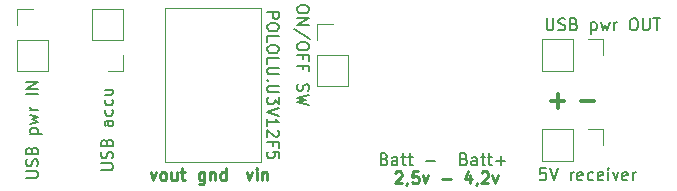
<source format=gbr>
G04 #@! TF.GenerationSoftware,KiCad,Pcbnew,(5.1.5-0-10_14)*
G04 #@! TF.CreationDate,2020-06-18T21:35:01+02:00*
G04 #@! TF.ProjectId,rover2,726f7665-7232-42e6-9b69-6361645f7063,rev?*
G04 #@! TF.SameCoordinates,Original*
G04 #@! TF.FileFunction,Legend,Top*
G04 #@! TF.FilePolarity,Positive*
%FSLAX46Y46*%
G04 Gerber Fmt 4.6, Leading zero omitted, Abs format (unit mm)*
G04 Created by KiCad (PCBNEW (5.1.5-0-10_14)) date 2020-06-18 21:35:01*
%MOMM*%
%LPD*%
G04 APERTURE LIST*
%ADD10C,0.250000*%
%ADD11C,0.300000*%
%ADD12C,0.120000*%
%ADD13C,0.150000*%
G04 APERTURE END LIST*
D10*
X44666666Y-15047619D02*
X44714285Y-15000000D01*
X44809523Y-14952380D01*
X45047619Y-14952380D01*
X45142857Y-15000000D01*
X45190476Y-15047619D01*
X45238095Y-15142857D01*
X45238095Y-15238095D01*
X45190476Y-15380952D01*
X44619047Y-15952380D01*
X45238095Y-15952380D01*
X45714285Y-15904761D02*
X45714285Y-15952380D01*
X45666666Y-16047619D01*
X45619047Y-16095238D01*
X46619047Y-14952380D02*
X46142857Y-14952380D01*
X46095238Y-15428571D01*
X46142857Y-15380952D01*
X46238095Y-15333333D01*
X46476190Y-15333333D01*
X46571428Y-15380952D01*
X46619047Y-15428571D01*
X46666666Y-15523809D01*
X46666666Y-15761904D01*
X46619047Y-15857142D01*
X46571428Y-15904761D01*
X46476190Y-15952380D01*
X46238095Y-15952380D01*
X46142857Y-15904761D01*
X46095238Y-15857142D01*
X47000000Y-15285714D02*
X47238095Y-15952380D01*
X47476190Y-15285714D01*
X48619047Y-15571428D02*
X49380952Y-15571428D01*
X51047619Y-15285714D02*
X51047619Y-15952380D01*
X50809523Y-14904761D02*
X50571428Y-15619047D01*
X51190476Y-15619047D01*
X51619047Y-15904761D02*
X51619047Y-15952380D01*
X51571428Y-16047619D01*
X51523809Y-16095238D01*
X52000000Y-15047619D02*
X52047619Y-15000000D01*
X52142857Y-14952380D01*
X52380952Y-14952380D01*
X52476190Y-15000000D01*
X52523809Y-15047619D01*
X52571428Y-15142857D01*
X52571428Y-15238095D01*
X52523809Y-15380952D01*
X51952380Y-15952380D01*
X52571428Y-15952380D01*
X52904761Y-15285714D02*
X53142857Y-15952380D01*
X53380952Y-15285714D01*
D11*
X57848571Y-8997142D02*
X58991428Y-8997142D01*
X58420000Y-9568571D02*
X58420000Y-8425714D01*
X60388571Y-8997142D02*
X61531428Y-8997142D01*
D10*
X28519523Y-15025714D02*
X28519523Y-15835238D01*
X28471904Y-15930476D01*
X28424285Y-15978095D01*
X28329047Y-16025714D01*
X28186190Y-16025714D01*
X28090952Y-15978095D01*
X28519523Y-15644761D02*
X28424285Y-15692380D01*
X28233809Y-15692380D01*
X28138571Y-15644761D01*
X28090952Y-15597142D01*
X28043333Y-15501904D01*
X28043333Y-15216190D01*
X28090952Y-15120952D01*
X28138571Y-15073333D01*
X28233809Y-15025714D01*
X28424285Y-15025714D01*
X28519523Y-15073333D01*
X28995714Y-15025714D02*
X28995714Y-15692380D01*
X28995714Y-15120952D02*
X29043333Y-15073333D01*
X29138571Y-15025714D01*
X29281428Y-15025714D01*
X29376666Y-15073333D01*
X29424285Y-15168571D01*
X29424285Y-15692380D01*
X30329047Y-15692380D02*
X30329047Y-14692380D01*
X30329047Y-15644761D02*
X30233809Y-15692380D01*
X30043333Y-15692380D01*
X29948095Y-15644761D01*
X29900476Y-15597142D01*
X29852857Y-15501904D01*
X29852857Y-15216190D01*
X29900476Y-15120952D01*
X29948095Y-15073333D01*
X30043333Y-15025714D01*
X30233809Y-15025714D01*
X30329047Y-15073333D01*
X23971428Y-15025714D02*
X24209523Y-15692380D01*
X24447619Y-15025714D01*
X24971428Y-15692380D02*
X24876190Y-15644761D01*
X24828571Y-15597142D01*
X24780952Y-15501904D01*
X24780952Y-15216190D01*
X24828571Y-15120952D01*
X24876190Y-15073333D01*
X24971428Y-15025714D01*
X25114285Y-15025714D01*
X25209523Y-15073333D01*
X25257142Y-15120952D01*
X25304761Y-15216190D01*
X25304761Y-15501904D01*
X25257142Y-15597142D01*
X25209523Y-15644761D01*
X25114285Y-15692380D01*
X24971428Y-15692380D01*
X26161904Y-15025714D02*
X26161904Y-15692380D01*
X25733333Y-15025714D02*
X25733333Y-15549523D01*
X25780952Y-15644761D01*
X25876190Y-15692380D01*
X26019047Y-15692380D01*
X26114285Y-15644761D01*
X26161904Y-15597142D01*
X26495238Y-15025714D02*
X26876190Y-15025714D01*
X26638095Y-14692380D02*
X26638095Y-15549523D01*
X26685714Y-15644761D01*
X26780952Y-15692380D01*
X26876190Y-15692380D01*
X32091428Y-15025714D02*
X32329523Y-15692380D01*
X32567619Y-15025714D01*
X32948571Y-15692380D02*
X32948571Y-15025714D01*
X32948571Y-14692380D02*
X32900952Y-14740000D01*
X32948571Y-14787619D01*
X32996190Y-14740000D01*
X32948571Y-14692380D01*
X32948571Y-14787619D01*
X33424761Y-15025714D02*
X33424761Y-15692380D01*
X33424761Y-15120952D02*
X33472380Y-15073333D01*
X33567619Y-15025714D01*
X33710476Y-15025714D01*
X33805714Y-15073333D01*
X33853333Y-15168571D01*
X33853333Y-15692380D01*
D12*
X21650000Y-1210000D02*
X18990000Y-1210000D01*
X21650000Y-3810000D02*
X21650000Y-1210000D01*
X18990000Y-3810000D02*
X18990000Y-1210000D01*
X21650000Y-3810000D02*
X18990000Y-3810000D01*
X21650000Y-5080000D02*
X21650000Y-6410000D01*
X21650000Y-6410000D02*
X20320000Y-6410000D01*
X12640000Y-1210000D02*
X13970000Y-1210000D01*
X12640000Y-2540000D02*
X12640000Y-1210000D01*
X12640000Y-3810000D02*
X15300000Y-3810000D01*
X15300000Y-3810000D02*
X15300000Y-6410000D01*
X12640000Y-3810000D02*
X12640000Y-6410000D01*
X12640000Y-6410000D02*
X15300000Y-6410000D01*
X57090000Y-3750000D02*
X57090000Y-6410000D01*
X59690000Y-3750000D02*
X57090000Y-3750000D01*
X59690000Y-6410000D02*
X57090000Y-6410000D01*
X59690000Y-3750000D02*
X59690000Y-6410000D01*
X60960000Y-3750000D02*
X62290000Y-3750000D01*
X62290000Y-3750000D02*
X62290000Y-5080000D01*
X62290000Y-11370000D02*
X62290000Y-12700000D01*
X60960000Y-11370000D02*
X62290000Y-11370000D01*
X59690000Y-11370000D02*
X59690000Y-14030000D01*
X59690000Y-14030000D02*
X57090000Y-14030000D01*
X59690000Y-11370000D02*
X57090000Y-11370000D01*
X57090000Y-11370000D02*
X57090000Y-14030000D01*
X38040000Y-7680000D02*
X40700000Y-7680000D01*
X38040000Y-5080000D02*
X38040000Y-7680000D01*
X40700000Y-5080000D02*
X40700000Y-7680000D01*
X38040000Y-5080000D02*
X40700000Y-5080000D01*
X38040000Y-3810000D02*
X38040000Y-2480000D01*
X38040000Y-2480000D02*
X39370000Y-2480000D01*
X25146000Y-1079500D02*
X33274000Y-1079500D01*
X33274000Y-1079500D02*
X33274000Y-14160500D01*
X33274000Y-14160500D02*
X25146000Y-14160500D01*
X25146000Y-14160500D02*
X25146000Y-1079500D01*
D13*
X50498571Y-13898571D02*
X50641428Y-13946190D01*
X50689047Y-13993809D01*
X50736666Y-14089047D01*
X50736666Y-14231904D01*
X50689047Y-14327142D01*
X50641428Y-14374761D01*
X50546190Y-14422380D01*
X50165238Y-14422380D01*
X50165238Y-13422380D01*
X50498571Y-13422380D01*
X50593809Y-13470000D01*
X50641428Y-13517619D01*
X50689047Y-13612857D01*
X50689047Y-13708095D01*
X50641428Y-13803333D01*
X50593809Y-13850952D01*
X50498571Y-13898571D01*
X50165238Y-13898571D01*
X51593809Y-14422380D02*
X51593809Y-13898571D01*
X51546190Y-13803333D01*
X51450952Y-13755714D01*
X51260476Y-13755714D01*
X51165238Y-13803333D01*
X51593809Y-14374761D02*
X51498571Y-14422380D01*
X51260476Y-14422380D01*
X51165238Y-14374761D01*
X51117619Y-14279523D01*
X51117619Y-14184285D01*
X51165238Y-14089047D01*
X51260476Y-14041428D01*
X51498571Y-14041428D01*
X51593809Y-13993809D01*
X51927142Y-13755714D02*
X52308095Y-13755714D01*
X52070000Y-13422380D02*
X52070000Y-14279523D01*
X52117619Y-14374761D01*
X52212857Y-14422380D01*
X52308095Y-14422380D01*
X52498571Y-13755714D02*
X52879523Y-13755714D01*
X52641428Y-13422380D02*
X52641428Y-14279523D01*
X52689047Y-14374761D01*
X52784285Y-14422380D01*
X52879523Y-14422380D01*
X53212857Y-14041428D02*
X53974761Y-14041428D01*
X53593809Y-14422380D02*
X53593809Y-13660476D01*
X43767619Y-13898571D02*
X43910476Y-13946190D01*
X43958095Y-13993809D01*
X44005714Y-14089047D01*
X44005714Y-14231904D01*
X43958095Y-14327142D01*
X43910476Y-14374761D01*
X43815238Y-14422380D01*
X43434285Y-14422380D01*
X43434285Y-13422380D01*
X43767619Y-13422380D01*
X43862857Y-13470000D01*
X43910476Y-13517619D01*
X43958095Y-13612857D01*
X43958095Y-13708095D01*
X43910476Y-13803333D01*
X43862857Y-13850952D01*
X43767619Y-13898571D01*
X43434285Y-13898571D01*
X44862857Y-14422380D02*
X44862857Y-13898571D01*
X44815238Y-13803333D01*
X44720000Y-13755714D01*
X44529523Y-13755714D01*
X44434285Y-13803333D01*
X44862857Y-14374761D02*
X44767619Y-14422380D01*
X44529523Y-14422380D01*
X44434285Y-14374761D01*
X44386666Y-14279523D01*
X44386666Y-14184285D01*
X44434285Y-14089047D01*
X44529523Y-14041428D01*
X44767619Y-14041428D01*
X44862857Y-13993809D01*
X45196190Y-13755714D02*
X45577142Y-13755714D01*
X45339047Y-13422380D02*
X45339047Y-14279523D01*
X45386666Y-14374761D01*
X45481904Y-14422380D01*
X45577142Y-14422380D01*
X45767619Y-13755714D02*
X46148571Y-13755714D01*
X45910476Y-13422380D02*
X45910476Y-14279523D01*
X45958095Y-14374761D01*
X46053333Y-14422380D01*
X46148571Y-14422380D01*
X47243809Y-14041428D02*
X48005714Y-14041428D01*
X19772380Y-14834761D02*
X20581904Y-14834761D01*
X20677142Y-14787142D01*
X20724761Y-14739523D01*
X20772380Y-14644285D01*
X20772380Y-14453809D01*
X20724761Y-14358571D01*
X20677142Y-14310952D01*
X20581904Y-14263333D01*
X19772380Y-14263333D01*
X20724761Y-13834761D02*
X20772380Y-13691904D01*
X20772380Y-13453809D01*
X20724761Y-13358571D01*
X20677142Y-13310952D01*
X20581904Y-13263333D01*
X20486666Y-13263333D01*
X20391428Y-13310952D01*
X20343809Y-13358571D01*
X20296190Y-13453809D01*
X20248571Y-13644285D01*
X20200952Y-13739523D01*
X20153333Y-13787142D01*
X20058095Y-13834761D01*
X19962857Y-13834761D01*
X19867619Y-13787142D01*
X19820000Y-13739523D01*
X19772380Y-13644285D01*
X19772380Y-13406190D01*
X19820000Y-13263333D01*
X20248571Y-12501428D02*
X20296190Y-12358571D01*
X20343809Y-12310952D01*
X20439047Y-12263333D01*
X20581904Y-12263333D01*
X20677142Y-12310952D01*
X20724761Y-12358571D01*
X20772380Y-12453809D01*
X20772380Y-12834761D01*
X19772380Y-12834761D01*
X19772380Y-12501428D01*
X19820000Y-12406190D01*
X19867619Y-12358571D01*
X19962857Y-12310952D01*
X20058095Y-12310952D01*
X20153333Y-12358571D01*
X20200952Y-12406190D01*
X20248571Y-12501428D01*
X20248571Y-12834761D01*
X20772380Y-10644285D02*
X20248571Y-10644285D01*
X20153333Y-10691904D01*
X20105714Y-10787142D01*
X20105714Y-10977619D01*
X20153333Y-11072857D01*
X20724761Y-10644285D02*
X20772380Y-10739523D01*
X20772380Y-10977619D01*
X20724761Y-11072857D01*
X20629523Y-11120476D01*
X20534285Y-11120476D01*
X20439047Y-11072857D01*
X20391428Y-10977619D01*
X20391428Y-10739523D01*
X20343809Y-10644285D01*
X20724761Y-9739523D02*
X20772380Y-9834761D01*
X20772380Y-10025238D01*
X20724761Y-10120476D01*
X20677142Y-10168095D01*
X20581904Y-10215714D01*
X20296190Y-10215714D01*
X20200952Y-10168095D01*
X20153333Y-10120476D01*
X20105714Y-10025238D01*
X20105714Y-9834761D01*
X20153333Y-9739523D01*
X20724761Y-8882380D02*
X20772380Y-8977619D01*
X20772380Y-9168095D01*
X20724761Y-9263333D01*
X20677142Y-9310952D01*
X20581904Y-9358571D01*
X20296190Y-9358571D01*
X20200952Y-9310952D01*
X20153333Y-9263333D01*
X20105714Y-9168095D01*
X20105714Y-8977619D01*
X20153333Y-8882380D01*
X20105714Y-8025238D02*
X20772380Y-8025238D01*
X20105714Y-8453809D02*
X20629523Y-8453809D01*
X20724761Y-8406190D01*
X20772380Y-8310952D01*
X20772380Y-8168095D01*
X20724761Y-8072857D01*
X20677142Y-8025238D01*
X13422380Y-15501428D02*
X14231904Y-15501428D01*
X14327142Y-15453809D01*
X14374761Y-15406190D01*
X14422380Y-15310952D01*
X14422380Y-15120476D01*
X14374761Y-15025238D01*
X14327142Y-14977619D01*
X14231904Y-14930000D01*
X13422380Y-14930000D01*
X14374761Y-14501428D02*
X14422380Y-14358571D01*
X14422380Y-14120476D01*
X14374761Y-14025238D01*
X14327142Y-13977619D01*
X14231904Y-13930000D01*
X14136666Y-13930000D01*
X14041428Y-13977619D01*
X13993809Y-14025238D01*
X13946190Y-14120476D01*
X13898571Y-14310952D01*
X13850952Y-14406190D01*
X13803333Y-14453809D01*
X13708095Y-14501428D01*
X13612857Y-14501428D01*
X13517619Y-14453809D01*
X13470000Y-14406190D01*
X13422380Y-14310952D01*
X13422380Y-14072857D01*
X13470000Y-13930000D01*
X13898571Y-13168095D02*
X13946190Y-13025238D01*
X13993809Y-12977619D01*
X14089047Y-12930000D01*
X14231904Y-12930000D01*
X14327142Y-12977619D01*
X14374761Y-13025238D01*
X14422380Y-13120476D01*
X14422380Y-13501428D01*
X13422380Y-13501428D01*
X13422380Y-13168095D01*
X13470000Y-13072857D01*
X13517619Y-13025238D01*
X13612857Y-12977619D01*
X13708095Y-12977619D01*
X13803333Y-13025238D01*
X13850952Y-13072857D01*
X13898571Y-13168095D01*
X13898571Y-13501428D01*
X13755714Y-11739523D02*
X14755714Y-11739523D01*
X13803333Y-11739523D02*
X13755714Y-11644285D01*
X13755714Y-11453809D01*
X13803333Y-11358571D01*
X13850952Y-11310952D01*
X13946190Y-11263333D01*
X14231904Y-11263333D01*
X14327142Y-11310952D01*
X14374761Y-11358571D01*
X14422380Y-11453809D01*
X14422380Y-11644285D01*
X14374761Y-11739523D01*
X13755714Y-10930000D02*
X14422380Y-10739523D01*
X13946190Y-10549047D01*
X14422380Y-10358571D01*
X13755714Y-10168095D01*
X14422380Y-9787142D02*
X13755714Y-9787142D01*
X13946190Y-9787142D02*
X13850952Y-9739523D01*
X13803333Y-9691904D01*
X13755714Y-9596666D01*
X13755714Y-9501428D01*
X14422380Y-8406190D02*
X13422380Y-8406190D01*
X14422380Y-7930000D02*
X13422380Y-7930000D01*
X14422380Y-7358571D01*
X13422380Y-7358571D01*
X57491904Y-1992380D02*
X57491904Y-2801904D01*
X57539523Y-2897142D01*
X57587142Y-2944761D01*
X57682380Y-2992380D01*
X57872857Y-2992380D01*
X57968095Y-2944761D01*
X58015714Y-2897142D01*
X58063333Y-2801904D01*
X58063333Y-1992380D01*
X58491904Y-2944761D02*
X58634761Y-2992380D01*
X58872857Y-2992380D01*
X58968095Y-2944761D01*
X59015714Y-2897142D01*
X59063333Y-2801904D01*
X59063333Y-2706666D01*
X59015714Y-2611428D01*
X58968095Y-2563809D01*
X58872857Y-2516190D01*
X58682380Y-2468571D01*
X58587142Y-2420952D01*
X58539523Y-2373333D01*
X58491904Y-2278095D01*
X58491904Y-2182857D01*
X58539523Y-2087619D01*
X58587142Y-2040000D01*
X58682380Y-1992380D01*
X58920476Y-1992380D01*
X59063333Y-2040000D01*
X59825238Y-2468571D02*
X59968095Y-2516190D01*
X60015714Y-2563809D01*
X60063333Y-2659047D01*
X60063333Y-2801904D01*
X60015714Y-2897142D01*
X59968095Y-2944761D01*
X59872857Y-2992380D01*
X59491904Y-2992380D01*
X59491904Y-1992380D01*
X59825238Y-1992380D01*
X59920476Y-2040000D01*
X59968095Y-2087619D01*
X60015714Y-2182857D01*
X60015714Y-2278095D01*
X59968095Y-2373333D01*
X59920476Y-2420952D01*
X59825238Y-2468571D01*
X59491904Y-2468571D01*
X61253809Y-2325714D02*
X61253809Y-3325714D01*
X61253809Y-2373333D02*
X61349047Y-2325714D01*
X61539523Y-2325714D01*
X61634761Y-2373333D01*
X61682380Y-2420952D01*
X61730000Y-2516190D01*
X61730000Y-2801904D01*
X61682380Y-2897142D01*
X61634761Y-2944761D01*
X61539523Y-2992380D01*
X61349047Y-2992380D01*
X61253809Y-2944761D01*
X62063333Y-2325714D02*
X62253809Y-2992380D01*
X62444285Y-2516190D01*
X62634761Y-2992380D01*
X62825238Y-2325714D01*
X63206190Y-2992380D02*
X63206190Y-2325714D01*
X63206190Y-2516190D02*
X63253809Y-2420952D01*
X63301428Y-2373333D01*
X63396666Y-2325714D01*
X63491904Y-2325714D01*
X64777619Y-1992380D02*
X64968095Y-1992380D01*
X65063333Y-2040000D01*
X65158571Y-2135238D01*
X65206190Y-2325714D01*
X65206190Y-2659047D01*
X65158571Y-2849523D01*
X65063333Y-2944761D01*
X64968095Y-2992380D01*
X64777619Y-2992380D01*
X64682380Y-2944761D01*
X64587142Y-2849523D01*
X64539523Y-2659047D01*
X64539523Y-2325714D01*
X64587142Y-2135238D01*
X64682380Y-2040000D01*
X64777619Y-1992380D01*
X65634761Y-1992380D02*
X65634761Y-2801904D01*
X65682380Y-2897142D01*
X65730000Y-2944761D01*
X65825238Y-2992380D01*
X66015714Y-2992380D01*
X66110952Y-2944761D01*
X66158571Y-2897142D01*
X66206190Y-2801904D01*
X66206190Y-1992380D01*
X66539523Y-1992380D02*
X67110952Y-1992380D01*
X66825238Y-2992380D02*
X66825238Y-1992380D01*
X57436190Y-14692380D02*
X56960000Y-14692380D01*
X56912380Y-15168571D01*
X56960000Y-15120952D01*
X57055238Y-15073333D01*
X57293333Y-15073333D01*
X57388571Y-15120952D01*
X57436190Y-15168571D01*
X57483809Y-15263809D01*
X57483809Y-15501904D01*
X57436190Y-15597142D01*
X57388571Y-15644761D01*
X57293333Y-15692380D01*
X57055238Y-15692380D01*
X56960000Y-15644761D01*
X56912380Y-15597142D01*
X57769523Y-14692380D02*
X58102857Y-15692380D01*
X58436190Y-14692380D01*
X59531428Y-15692380D02*
X59531428Y-15025714D01*
X59531428Y-15216190D02*
X59579047Y-15120952D01*
X59626666Y-15073333D01*
X59721904Y-15025714D01*
X59817142Y-15025714D01*
X60531428Y-15644761D02*
X60436190Y-15692380D01*
X60245714Y-15692380D01*
X60150476Y-15644761D01*
X60102857Y-15549523D01*
X60102857Y-15168571D01*
X60150476Y-15073333D01*
X60245714Y-15025714D01*
X60436190Y-15025714D01*
X60531428Y-15073333D01*
X60579047Y-15168571D01*
X60579047Y-15263809D01*
X60102857Y-15359047D01*
X61436190Y-15644761D02*
X61340952Y-15692380D01*
X61150476Y-15692380D01*
X61055238Y-15644761D01*
X61007619Y-15597142D01*
X60960000Y-15501904D01*
X60960000Y-15216190D01*
X61007619Y-15120952D01*
X61055238Y-15073333D01*
X61150476Y-15025714D01*
X61340952Y-15025714D01*
X61436190Y-15073333D01*
X62245714Y-15644761D02*
X62150476Y-15692380D01*
X61960000Y-15692380D01*
X61864761Y-15644761D01*
X61817142Y-15549523D01*
X61817142Y-15168571D01*
X61864761Y-15073333D01*
X61960000Y-15025714D01*
X62150476Y-15025714D01*
X62245714Y-15073333D01*
X62293333Y-15168571D01*
X62293333Y-15263809D01*
X61817142Y-15359047D01*
X62721904Y-15692380D02*
X62721904Y-15025714D01*
X62721904Y-14692380D02*
X62674285Y-14740000D01*
X62721904Y-14787619D01*
X62769523Y-14740000D01*
X62721904Y-14692380D01*
X62721904Y-14787619D01*
X63102857Y-15025714D02*
X63340952Y-15692380D01*
X63579047Y-15025714D01*
X64340952Y-15644761D02*
X64245714Y-15692380D01*
X64055238Y-15692380D01*
X63960000Y-15644761D01*
X63912380Y-15549523D01*
X63912380Y-15168571D01*
X63960000Y-15073333D01*
X64055238Y-15025714D01*
X64245714Y-15025714D01*
X64340952Y-15073333D01*
X64388571Y-15168571D01*
X64388571Y-15263809D01*
X63912380Y-15359047D01*
X64817142Y-15692380D02*
X64817142Y-15025714D01*
X64817142Y-15216190D02*
X64864761Y-15120952D01*
X64912380Y-15073333D01*
X65007619Y-15025714D01*
X65102857Y-15025714D01*
X37377619Y-1127619D02*
X37377619Y-1318095D01*
X37330000Y-1413333D01*
X37234761Y-1508571D01*
X37044285Y-1556190D01*
X36710952Y-1556190D01*
X36520476Y-1508571D01*
X36425238Y-1413333D01*
X36377619Y-1318095D01*
X36377619Y-1127619D01*
X36425238Y-1032380D01*
X36520476Y-937142D01*
X36710952Y-889523D01*
X37044285Y-889523D01*
X37234761Y-937142D01*
X37330000Y-1032380D01*
X37377619Y-1127619D01*
X36377619Y-1984761D02*
X37377619Y-1984761D01*
X36377619Y-2556190D01*
X37377619Y-2556190D01*
X37425238Y-3746666D02*
X36139523Y-2889523D01*
X37377619Y-4270476D02*
X37377619Y-4460952D01*
X37330000Y-4556190D01*
X37234761Y-4651428D01*
X37044285Y-4699047D01*
X36710952Y-4699047D01*
X36520476Y-4651428D01*
X36425238Y-4556190D01*
X36377619Y-4460952D01*
X36377619Y-4270476D01*
X36425238Y-4175238D01*
X36520476Y-4080000D01*
X36710952Y-4032380D01*
X37044285Y-4032380D01*
X37234761Y-4080000D01*
X37330000Y-4175238D01*
X37377619Y-4270476D01*
X36901428Y-5460952D02*
X36901428Y-5127619D01*
X36377619Y-5127619D02*
X37377619Y-5127619D01*
X37377619Y-5603809D01*
X36901428Y-6318095D02*
X36901428Y-5984761D01*
X36377619Y-5984761D02*
X37377619Y-5984761D01*
X37377619Y-6460952D01*
X36425238Y-7556190D02*
X36377619Y-7699047D01*
X36377619Y-7937142D01*
X36425238Y-8032380D01*
X36472857Y-8080000D01*
X36568095Y-8127619D01*
X36663333Y-8127619D01*
X36758571Y-8080000D01*
X36806190Y-8032380D01*
X36853809Y-7937142D01*
X36901428Y-7746666D01*
X36949047Y-7651428D01*
X36996666Y-7603809D01*
X37091904Y-7556190D01*
X37187142Y-7556190D01*
X37282380Y-7603809D01*
X37330000Y-7651428D01*
X37377619Y-7746666D01*
X37377619Y-7984761D01*
X37330000Y-8127619D01*
X37377619Y-8460952D02*
X36377619Y-8699047D01*
X37091904Y-8889523D01*
X36377619Y-9080000D01*
X37377619Y-9318095D01*
X33837619Y-1453333D02*
X34837619Y-1453333D01*
X34837619Y-1834285D01*
X34790000Y-1929523D01*
X34742380Y-1977142D01*
X34647142Y-2024761D01*
X34504285Y-2024761D01*
X34409047Y-1977142D01*
X34361428Y-1929523D01*
X34313809Y-1834285D01*
X34313809Y-1453333D01*
X34837619Y-2643809D02*
X34837619Y-2834285D01*
X34790000Y-2929523D01*
X34694761Y-3024761D01*
X34504285Y-3072380D01*
X34170952Y-3072380D01*
X33980476Y-3024761D01*
X33885238Y-2929523D01*
X33837619Y-2834285D01*
X33837619Y-2643809D01*
X33885238Y-2548571D01*
X33980476Y-2453333D01*
X34170952Y-2405714D01*
X34504285Y-2405714D01*
X34694761Y-2453333D01*
X34790000Y-2548571D01*
X34837619Y-2643809D01*
X33837619Y-3977142D02*
X33837619Y-3500952D01*
X34837619Y-3500952D01*
X34837619Y-4500952D02*
X34837619Y-4691428D01*
X34790000Y-4786666D01*
X34694761Y-4881904D01*
X34504285Y-4929523D01*
X34170952Y-4929523D01*
X33980476Y-4881904D01*
X33885238Y-4786666D01*
X33837619Y-4691428D01*
X33837619Y-4500952D01*
X33885238Y-4405714D01*
X33980476Y-4310476D01*
X34170952Y-4262857D01*
X34504285Y-4262857D01*
X34694761Y-4310476D01*
X34790000Y-4405714D01*
X34837619Y-4500952D01*
X33837619Y-5834285D02*
X33837619Y-5358095D01*
X34837619Y-5358095D01*
X34837619Y-6167619D02*
X34028095Y-6167619D01*
X33932857Y-6215238D01*
X33885238Y-6262857D01*
X33837619Y-6358095D01*
X33837619Y-6548571D01*
X33885238Y-6643809D01*
X33932857Y-6691428D01*
X34028095Y-6739047D01*
X34837619Y-6739047D01*
X33932857Y-7215238D02*
X33885238Y-7262857D01*
X33837619Y-7215238D01*
X33885238Y-7167619D01*
X33932857Y-7215238D01*
X33837619Y-7215238D01*
X34837619Y-7691428D02*
X34028095Y-7691428D01*
X33932857Y-7739047D01*
X33885238Y-7786666D01*
X33837619Y-7881904D01*
X33837619Y-8072380D01*
X33885238Y-8167619D01*
X33932857Y-8215238D01*
X34028095Y-8262857D01*
X34837619Y-8262857D01*
X34837619Y-8643809D02*
X34837619Y-9262857D01*
X34456666Y-8929523D01*
X34456666Y-9072380D01*
X34409047Y-9167619D01*
X34361428Y-9215238D01*
X34266190Y-9262857D01*
X34028095Y-9262857D01*
X33932857Y-9215238D01*
X33885238Y-9167619D01*
X33837619Y-9072380D01*
X33837619Y-8786666D01*
X33885238Y-8691428D01*
X33932857Y-8643809D01*
X34837619Y-9548571D02*
X33837619Y-9881904D01*
X34837619Y-10215238D01*
X33837619Y-11072380D02*
X33837619Y-10500952D01*
X33837619Y-10786666D02*
X34837619Y-10786666D01*
X34694761Y-10691428D01*
X34599523Y-10596190D01*
X34551904Y-10500952D01*
X34742380Y-11453333D02*
X34790000Y-11500952D01*
X34837619Y-11596190D01*
X34837619Y-11834285D01*
X34790000Y-11929523D01*
X34742380Y-11977142D01*
X34647142Y-12024761D01*
X34551904Y-12024761D01*
X34409047Y-11977142D01*
X33837619Y-11405714D01*
X33837619Y-12024761D01*
X34361428Y-12786666D02*
X34361428Y-12453333D01*
X33837619Y-12453333D02*
X34837619Y-12453333D01*
X34837619Y-12929523D01*
X34837619Y-13786666D02*
X34837619Y-13310476D01*
X34361428Y-13262857D01*
X34409047Y-13310476D01*
X34456666Y-13405714D01*
X34456666Y-13643809D01*
X34409047Y-13739047D01*
X34361428Y-13786666D01*
X34266190Y-13834285D01*
X34028095Y-13834285D01*
X33932857Y-13786666D01*
X33885238Y-13739047D01*
X33837619Y-13643809D01*
X33837619Y-13405714D01*
X33885238Y-13310476D01*
X33932857Y-13262857D01*
M02*

</source>
